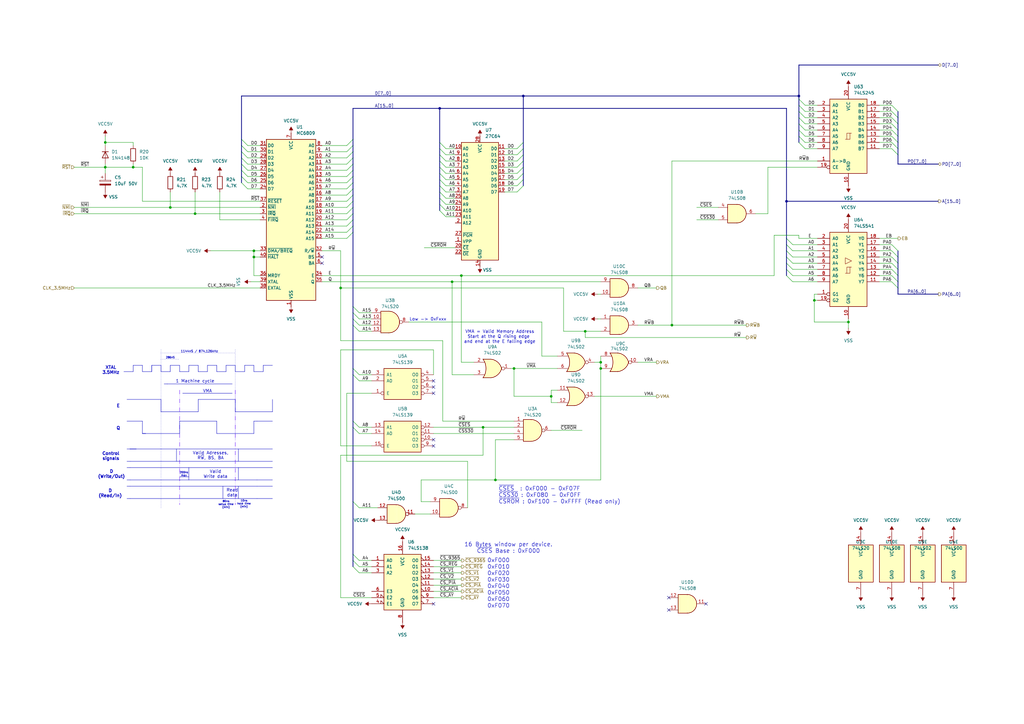
<source format=kicad_sch>
(kicad_sch (version 20250114) (generator "eeschema") (generator_version "9.0")
  (paper "A3")
  (title_block (title "Apollo 7 Squale - CPU and decoders") (rev "0.1") (comment 1 "http://hxc2001.free.fr/Squale/") (comment 2 "CC-BY Licence (Creative Commons Attribution)") (comment 3 "Drawn by Jean-François DEL NERO"))
  (text "0xF000\n0xF010\n0xF020\n0xF030\n0xF040\n0xF050\n0xF060\n0xF070" (at 204.47 239.268 0) (effects (font (size 1.651 1.651))))
  (text "Low -> 0xFxxx" (at 175.514 131.064 0) (effects (font (size 1.27 1.27))))
  (text "200ns\nmax" (at 75.438 194.564 0) (effects (font (size 0.762 0.762))))
  (text "286nS" (at 69.85 146.812 0) (effects (font (size 0.762 0.762))))
  (text "16 Bytes window per device.\n~{CSES} Base : 0xF000" (at 208.534 224.79 0) (effects (font (size 1.651 1.651))))
  (text "~{CSES}  : 0xF000 - 0xF07F\n~{CSS30} : 0xF080 - 0xF0FF\n~{CSROM} : 0xF100 - 0xFFFF (Read only)" (at 204.47 203.2 0) (effects (font (size 1.651 1.651)) (justify left)))
  (text "Valid\nWrite data" (at 88.392 194.564 0) (effects (font (size 1.27 1.27))))
  (text "Read\ndata" (at 95.25 202.184 0) (effects (font (size 1.27 1.27))))
  (text "Control\nsignals" (at 45.466 187.198 0) (effects (font (size 1.27 1.27) (thickness 0.254) (bold yes))))
  (text "Q" (at 48.514 175.768 0) (effects (font (size 1.27 1.27) (thickness 0.254) (bold yes))))
  (text "Valid Adresses,\nR~{W}, BS, BA" (at 86.36 186.944 0) (effects (font (size 1.27 1.27))))
  (text "1 Machine cycle" (at 80.01 156.464 0) (effects (font (size 1.27 1.27))))
  (text "VMA" (at 85.09 160.528 0) (effects (font (size 1.27 1.27))))
  (text "D\n(Write/Out)" (at 45.72 194.564 0) (effects (font (size 1.27 1.27) (thickness 0.254) (bold yes))))
  (text "10ns\nhold time\n(min)" (at 100.076 206.756 0) (effects (font (size 0.762 0.762))))
  (text "VMA = Valid Memory Address\nStart at the Q rising edge \nand end at the E falling edge" (at 204.978 138.176 0) (effects (font (size 1.27 1.27))))
  (text "D\n(Read/In)" (at 45.212 202.438 0) (effects (font (size 1.27 1.27) (thickness 0.254) (bold yes))))
  (text "80ns\nsetup time\n(min)" (at 92.71 207.01 0) (effects (font (size 0.762 0.762))))
  (text "1144nS / 874,126kHz" (at 81.788 144.272 0) (effects (font (size 0.889 0.889))))
  (text "E" (at 48.514 166.624 0) (effects (font (size 1.27 1.27) (thickness 0.254) (bold yes))))
  (text "XTAL\n3.5MHz" (at 45.466 151.892 0) (effects (font (size 1.27 1.27) (thickness 0.254) (bold yes))))
  (junction (at 69.85 85.09))
  (junction (at 185.42 115.57))
  (junction (at 214.63 39.37))
  (junction (at 240.03 135.89))
  (junction (at 80.01 87.63))
  (junction (at 327.66 39.37))
  (junction (at 104.14 105.41))
  (junction (at 43.18 68.58))
  (junction (at 334.01 123.19))
  (junction (at 43.18 58.42))
  (junction (at 180.34 44.45))
  (junction (at 198.12 175.26))
  (junction (at 226.06 162.56))
  (junction (at 322.58 82.55))
  (junction (at 203.2 196.85))
  (junction (at 189.23 113.03))
  (junction (at 246.38 151.13))
  (junction (at 139.7 118.11))
  (junction (at 347.98 132.08))
  (junction (at 275.59 133.35))
  (junction (at 54.61 68.58))
  (junction (at 246.38 148.59))
  (junction (at 104.14 102.87))
  (junction (at 210.82 151.13))
  (no_connect (at 177.8 247.65))
  (no_connect (at 177.8 182.88))
  (no_connect (at 177.8 180.34))
  (no_connect (at 177.8 158.75))
  (no_connect (at 274.32 250.19))
  (no_connect (at 177.8 156.21))
  (no_connect (at 132.08 105.41))
  (no_connect (at 289.56 247.65))
  (no_connect (at 274.32 245.11))
  (no_connect (at 177.8 161.29))
  (no_connect (at 132.08 107.95))
  (bus_entry (at 144.78 153.67) (size 2.54 2.54))
  (bus_entry (at 142.24 74.93) (size 2.54 -2.54))
  (bus_entry (at 182.88 68.58) (size -2.54 -2.54))
  (bus_entry (at 182.88 63.5) (size -2.54 -2.54))
  (bus_entry (at 142.24 87.63) (size 2.54 -2.54))
  (bus_entry (at 182.88 60.96) (size -2.54 -2.54))
  (bus_entry (at 144.78 175.26) (size 2.54 2.54))
  (bus_entry (at 142.24 77.47) (size 2.54 -2.54))
  (bus_entry (at 182.88 76.2) (size -2.54 -2.54))
  (bus_entry (at 182.88 78.74) (size -2.54 -2.54))
  (bus_entry (at 99.06 59.69) (size 2.54 2.54))
  (bus_entry (at 144.78 125.73) (size 2.54 2.54))
  (bus_entry (at 182.88 86.36) (size -2.54 -2.54))
  (bus_entry (at 144.78 227.33) (size 2.54 2.54))
  (bus_entry (at 144.78 229.87) (size 2.54 2.54))
  (bus_entry (at 365.76 102.87) (size 2.54 2.54))
  (bus_entry (at 214.63 58.42) (size -2.54 2.54))
  (bus_entry (at 142.24 97.79) (size 2.54 -2.54))
  (bus_entry (at 144.78 232.41) (size 2.54 2.54))
  (bus_entry (at 182.88 71.12) (size -2.54 -2.54))
  (bus_entry (at 365.76 55.88) (size 2.54 2.54))
  (bus_entry (at 365.76 115.57) (size 2.54 2.54))
  (bus_entry (at 214.63 71.12) (size -2.54 2.54))
  (bus_entry (at 144.78 172.72) (size 2.54 2.54))
  (bus_entry (at 144.78 128.27) (size 2.54 2.54))
  (bus_entry (at 365.76 43.18) (size 2.54 2.54))
  (bus_entry (at 182.88 73.66) (size -2.54 -2.54))
  (bus_entry (at 99.06 74.93) (size 2.54 2.54))
  (bus_entry (at 214.63 68.58) (size -2.54 2.54))
  (bus_entry (at 214.63 63.5) (size -2.54 2.54))
  (bus_entry (at 327.66 40.64) (size 2.54 2.54))
  (bus_entry (at 144.78 205.74) (size 2.54 2.54))
  (bus_entry (at 142.24 59.69) (size 2.54 -2.54))
  (bus_entry (at 182.88 81.28) (size -2.54 -2.54))
  (bus_entry (at 365.76 53.34) (size 2.54 2.54))
  (bus_entry (at 322.58 110.49) (size 2.54 2.54))
  (bus_entry (at 99.06 57.15) (size 2.54 2.54))
  (bus_entry (at 142.24 69.85) (size 2.54 -2.54))
  (bus_entry (at 142.24 80.01) (size 2.54 -2.54))
  (bus_entry (at 322.58 97.79) (size 2.54 2.54))
  (bus_entry (at 142.24 85.09) (size 2.54 -2.54))
  (bus_entry (at 365.76 107.95) (size 2.54 2.54))
  (bus_entry (at 142.24 72.39) (size 2.54 -2.54))
  (bus_entry (at 327.66 58.42) (size 2.54 2.54))
  (bus_entry (at 99.06 67.31) (size 2.54 2.54))
  (bus_entry (at 214.63 60.96) (size -2.54 2.54))
  (bus_entry (at 142.24 82.55) (size 2.54 -2.54))
  (bus_entry (at 327.66 48.26) (size 2.54 2.54))
  (bus_entry (at 144.78 151.13) (size 2.54 2.54))
  (bus_entry (at 99.06 62.23) (size 2.54 2.54))
  (bus_entry (at 327.66 50.8) (size 2.54 2.54))
  (bus_entry (at 365.76 50.8) (size 2.54 2.54))
  (bus_entry (at 322.58 100.33) (size 2.54 2.54))
  (bus_entry (at 327.66 43.18) (size 2.54 2.54))
  (bus_entry (at 142.24 95.25) (size 2.54 -2.54))
  (bus_entry (at 99.06 72.39) (size 2.54 2.54))
  (bus_entry (at 365.76 100.33) (size 2.54 2.54))
  (bus_entry (at 182.88 88.9) (size -2.54 -2.54))
  (bus_entry (at 365.76 58.42) (size 2.54 2.54))
  (bus_entry (at 214.63 73.66) (size -2.54 2.54))
  (bus_entry (at 365.76 48.26) (size 2.54 2.54))
  (bus_entry (at 99.06 69.85) (size 2.54 2.54))
  (bus_entry (at 365.76 113.03) (size 2.54 2.54))
  (bus_entry (at 214.63 76.2) (size -2.54 2.54))
  (bus_entry (at 144.78 133.35) (size 2.54 2.54))
  (bus_entry (at 365.76 105.41) (size 2.54 2.54))
  (bus_entry (at 142.24 62.23) (size 2.54 -2.54))
  (bus_entry (at 142.24 92.71) (size 2.54 -2.54))
  (bus_entry (at 327.66 55.88) (size 2.54 2.54))
  (bus_entry (at 182.88 66.04) (size -2.54 -2.54))
  (bus_entry (at 365.76 45.72) (size 2.54 2.54))
  (bus_entry (at 142.24 90.17) (size 2.54 -2.54))
  (bus_entry (at 327.66 45.72) (size 2.54 2.54))
  (bus_entry (at 182.88 83.82) (size -2.54 -2.54))
  (bus_entry (at 322.58 105.41) (size 2.54 2.54))
  (bus_entry (at 99.06 64.77) (size 2.54 2.54))
  (bus_entry (at 322.58 113.03) (size 2.54 2.54))
  (bus_entry (at 322.58 107.95) (size 2.54 2.54))
  (bus_entry (at 214.63 66.04) (size -2.54 2.54))
  (bus_entry (at 142.24 64.77) (size 2.54 -2.54))
  (bus_entry (at 144.78 130.81) (size 2.54 2.54))
  (bus_entry (at 365.76 110.49) (size 2.54 2.54))
  (bus_entry (at 322.58 102.87) (size 2.54 2.54))
  (bus_entry (at 142.24 67.31) (size 2.54 -2.54))
  (bus_entry (at 327.66 53.34) (size 2.54 2.54))
  (bus_entry (at 365.76 60.96) (size 2.54 2.54))
  (bus (pts (xy 327.66 48.26) (xy 327.66 45.72)))
  (polyline (pts (xy 69.85 149.86) (xy 73.66 149.86)))
  (wire (pts (xy 334.01 123.19) (xy 335.28 123.19)))
  (wire (pts (xy 54.61 58.42) (xy 54.61 59.69)))
  (wire (pts (xy 43.18 71.12) (xy 43.18 68.58)))
  (wire (pts (xy 30.48 68.58) (xy 43.18 68.58)))
  (wire (pts (xy 147.32 153.67) (xy 152.4 153.67)))
  (bus (pts (xy 144.78 80.01) (xy 144.78 77.47)))
  (wire (pts (xy 210.82 162.56) (xy 226.06 162.56)))
  (wire (pts (xy 177.8 232.41) (xy 189.23 232.41)))
  (wire (pts (xy 186.69 81.28) (xy 182.88 81.28)))
  (polyline (pts (xy 97.79 191.77) (xy 97.79 196.85)))
  (wire (pts (xy 147.32 175.26) (xy 152.4 175.26)))
  (wire (pts (xy 104.14 102.87) (xy 106.68 102.87)))
  (bus (pts (xy 368.3 102.87) (xy 368.3 105.41)))
  (wire (pts (xy 275.59 133.35) (xy 306.07 133.35)))
  (bus (pts (xy 144.78 90.17) (xy 144.78 87.63)))
  (wire (pts (xy 54.61 67.31) (xy 54.61 68.58)))
  (wire (pts (xy 212.09 78.74) (xy 207.01 78.74)))
  (wire (pts (xy 325.12 113.03) (xy 335.28 113.03)))
  (wire (pts (xy 147.32 208.28) (xy 154.94 208.28)))
  (bus (pts (xy 368.3 118.11) (xy 368.3 120.65)))
  (wire (pts (xy 360.68 53.34) (xy 365.76 53.34)))
  (bus (pts (xy 144.78 128.27) (xy 144.78 130.81)))
  (wire (pts (xy 101.6 77.47) (xy 106.68 77.47)))
  (polyline (pts (xy 58.42 177.8) (xy 58.42 172.72)))
  (wire (pts (xy 347.98 132.08) (xy 334.01 132.08)))
  (polyline (pts (xy 96.52 149.86) (xy 96.52 152.4)))
  (polyline (pts (xy 96.52 168.91) (xy 111.76 168.91)))
  (wire (pts (xy 246.38 120.65) (xy 245.11 120.65)))
  (wire (pts (xy 330.2 55.88) (xy 335.28 55.88)))
  (polyline (pts (xy 58.42 177.8) (xy 59.69 177.8)))
  (bus (pts (xy 144.78 227.33) (xy 144.78 229.87)))
  (bus (pts (xy 180.34 44.45) (xy 180.34 58.42)))
  (polyline (pts (xy 105.41 204.47) (xy 111.76 204.47)))
  (wire (pts (xy 139.7 143.51) (xy 139.7 182.88)))
  (wire (pts (xy 360.68 55.88) (xy 365.76 55.88)))
  (wire (pts (xy 185.42 115.57) (xy 185.42 153.67)))
  (wire (pts (xy 69.85 85.09) (xy 106.68 85.09)))
  (wire (pts (xy 186.69 63.5) (xy 182.88 63.5)))
  (bus (pts (xy 327.66 39.37) (xy 327.66 26.67)))
  (bus (pts (xy 322.58 110.49) (xy 322.58 113.03)))
  (bus (pts (xy 144.78 133.35) (xy 144.78 151.13)))
  (wire (pts (xy 132.08 74.93) (xy 142.24 74.93)))
  (wire (pts (xy 101.6 62.23) (xy 106.68 62.23)))
  (wire (pts (xy 139.7 182.88) (xy 152.4 182.88)))
  (wire (pts (xy 104.14 105.41) (xy 106.68 105.41)))
  (wire (pts (xy 147.32 229.87) (xy 152.4 229.87)))
  (polyline (pts (xy 53.34 184.15) (xy 111.76 184.15)))
  (wire (pts (xy 147.32 156.21) (xy 152.4 156.21)))
  (bus (pts (xy 368.3 115.57) (xy 368.3 118.11)))
  (bus (pts (xy 144.78 153.67) (xy 144.78 172.72)))
  (bus (pts (xy 180.34 83.82) (xy 180.34 81.28)))
  (polyline (pts (xy 100.33 149.86) (xy 100.33 152.4)))
  (wire (pts (xy 330.2 48.26) (xy 335.28 48.26)))
  (bus (pts (xy 322.58 44.45) (xy 322.58 82.55)))
  (polyline (pts (xy 81.28 149.86) (xy 81.28 152.4)))
  (wire (pts (xy 132.08 92.71) (xy 142.24 92.71)))
  (bus (pts (xy 327.66 26.67) (xy 384.81 26.67)))
  (wire (pts (xy 132.08 85.09) (xy 142.24 85.09)))
  (polyline (pts (xy 73.66 172.72) (xy 88.9 172.72)))
  (wire (pts (xy 191.77 189.23) (xy 191.77 208.28)))
  (wire (pts (xy 43.18 68.58) (xy 43.18 67.31)))
  (wire (pts (xy 172.72 196.85) (xy 203.2 196.85)))
  (wire (pts (xy 240.03 138.43) (xy 306.07 138.43)))
  (bus (pts (xy 180.34 78.74) (xy 180.34 76.2)))
  (bus (pts (xy 322.58 105.41) (xy 322.58 107.95)))
  (wire (pts (xy 142.24 189.23) (xy 191.77 189.23)))
  (wire (pts (xy 167.64 132.08) (xy 222.25 132.08)))
  (wire (pts (xy 314.96 68.58) (xy 335.28 68.58)))
  (wire (pts (xy 30.48 118.11) (xy 106.68 118.11)))
  (polyline (pts (xy 66.04 152.4) (xy 69.85 152.4)))
  (wire (pts (xy 177.8 240.03) (xy 189.23 240.03)))
  (bus (pts (xy 144.78 67.31) (xy 144.78 64.77)))
  (bus (pts (xy 368.3 50.8) (xy 368.3 53.34)))
  (wire (pts (xy 104.14 105.41) (xy 104.14 102.87)))
  (wire (pts (xy 177.8 237.49) (xy 189.23 237.49)))
  (bus (pts (xy 144.78 172.72) (xy 144.78 175.26)))
  (wire (pts (xy 285.75 85.09) (xy 294.64 85.09)))
  (polyline (pts (xy 52.07 204.47) (xy 53.34 204.47)))
  (wire (pts (xy 30.48 87.63) (xy 80.01 87.63)))
  (polyline (pts (xy 85.09 149.86) (xy 85.09 152.4)))
  (wire (pts (xy 172.72 196.85) (xy 172.72 205.74)))
  (polyline (pts (xy 66.04 147.32) (xy 73.66 147.32)) (stroke (width 0) (type dot)))
  (wire (pts (xy 177.8 234.95) (xy 189.23 234.95)))
  (wire (pts (xy 86.36 102.87) (xy 104.14 102.87)))
  (wire (pts (xy 210.82 151.13) (xy 228.6 151.13)))
  (wire (pts (xy 245.11 130.81) (xy 246.38 130.81)))
  (wire (pts (xy 325.12 105.41) (xy 335.28 105.41)))
  (wire (pts (xy 132.08 87.63) (xy 142.24 87.63)))
  (bus (pts (xy 322.58 82.55) (xy 322.58 97.79)))
  (bus (pts (xy 327.66 58.42) (xy 327.66 55.88)))
  (wire (pts (xy 101.6 69.85) (xy 106.68 69.85)))
  (polyline (pts (xy 62.23 149.86) (xy 62.23 152.4)))
  (wire (pts (xy 222.25 146.05) (xy 228.6 146.05)))
  (wire (pts (xy 106.68 113.03) (xy 104.14 113.03)))
  (bus (pts (xy 144.78 59.69) (xy 144.78 57.15)))
  (polyline (pts (xy 97.79 199.39) (xy 97.79 204.47)))
  (wire (pts (xy 330.2 53.34) (xy 335.28 53.34)))
  (polyline (pts (xy 74.93 161.29) (xy 95.25 161.29)))
  (wire (pts (xy 334.01 132.08) (xy 334.01 123.19)))
  (polyline (pts (xy 53.34 196.85) (xy 105.41 196.85)))
  (wire (pts (xy 212.09 63.5) (xy 207.01 63.5)))
  (bus (pts (xy 99.06 69.85) (xy 99.06 67.31)))
  (bus (pts (xy 99.06 62.23) (xy 99.06 59.69)))
  (wire (pts (xy 360.68 50.8) (xy 365.76 50.8)))
  (bus (pts (xy 327.66 53.34) (xy 327.66 50.8)))
  (bus (pts (xy 99.06 72.39) (xy 99.06 69.85)))
  (wire (pts (xy 43.18 58.42) (xy 43.18 59.69)))
  (wire (pts (xy 325.12 110.49) (xy 335.28 110.49)))
  (wire (pts (xy 186.69 73.66) (xy 182.88 73.66)))
  (polyline (pts (xy 96.52 163.83) (xy 96.52 168.91)))
  (bus (pts (xy 214.63 66.04) (xy 214.63 63.5)))
  (bus (pts (xy 214.63 58.42) (xy 214.63 39.37)))
  (polyline (pts (xy 105.41 196.85) (xy 111.76 196.85)))
  (polyline (pts (xy 88.9 172.72) (xy 88.9 177.8)))
  (wire (pts (xy 189.23 148.59) (xy 194.31 148.59)))
  (wire (pts (xy 330.2 50.8) (xy 335.28 50.8)))
  (wire (pts (xy 360.68 102.87) (xy 365.76 102.87)))
  (bus (pts (xy 180.34 60.96) (xy 180.34 58.42)))
  (wire (pts (xy 360.68 60.96) (xy 365.76 60.96)))
  (wire (pts (xy 177.8 242.57) (xy 189.23 242.57)))
  (polyline (pts (xy 100.33 149.86) (xy 104.14 149.86)))
  (wire (pts (xy 198.12 175.26) (xy 210.82 175.26)))
  (wire (pts (xy 212.09 76.2) (xy 207.01 76.2)))
  (wire (pts (xy 177.8 177.8) (xy 210.82 177.8)))
  (wire (pts (xy 330.2 58.42) (xy 335.28 58.42)))
  (polyline (pts (xy 88.9 177.8) (xy 104.14 177.8)))
  (wire (pts (xy 240.03 135.89) (xy 231.14 135.89)))
  (wire (pts (xy 360.68 115.57) (xy 365.76 115.57)))
  (bus (pts (xy 99.06 57.15) (xy 99.06 39.37)))
  (polyline (pts (xy 53.34 191.77) (xy 111.76 191.77)))
  (polyline (pts (xy 77.47 191.77) (xy 77.47 196.85)))
  (polyline (pts (xy 77.47 149.86) (xy 77.47 152.4)))
  (wire (pts (xy 275.59 133.35) (xy 275.59 66.04)))
  (wire (pts (xy 335.28 120.65) (xy 334.01 120.65)))
  (wire (pts (xy 186.69 66.04) (xy 182.88 66.04)))
  (wire (pts (xy 246.38 148.59) (xy 246.38 151.13)))
  (bus (pts (xy 144.78 205.74) (xy 144.78 227.33)))
  (wire (pts (xy 152.4 245.11) (xy 139.7 245.11)))
  (bus (pts (xy 322.58 100.33) (xy 322.58 102.87)))
  (polyline (pts (xy 50.8 152.4) (xy 54.61 152.4)))
  (polyline (pts (xy 58.42 149.86) (xy 58.42 152.4)))
  (wire (pts (xy 246.38 151.13) (xy 246.38 196.85)))
  (wire (pts (xy 132.08 82.55) (xy 142.24 82.55)))
  (wire (pts (xy 139.7 186.69) (xy 198.12 186.69)))
  (wire (pts (xy 186.69 83.82) (xy 182.88 83.82)))
  (wire (pts (xy 360.68 107.95) (xy 365.76 107.95)))
  (bus (pts (xy 180.34 66.04) (xy 180.34 63.5)))
  (bus (pts (xy 144.78 74.93) (xy 144.78 72.39)))
  (wire (pts (xy 189.23 113.03) (xy 189.23 148.59)))
  (bus (pts (xy 368.3 45.72) (xy 368.3 48.26)))
  (bus (pts (xy 144.78 175.26) (xy 144.78 205.74)))
  (bus (pts (xy 144.78 95.25) (xy 144.78 125.73)))
  (wire (pts (xy 325.12 115.57) (xy 335.28 115.57)))
  (wire (pts (xy 231.14 135.89) (xy 231.14 118.11)))
  (bus (pts (xy 144.78 87.63) (xy 144.78 85.09)))
  (wire (pts (xy 347.98 132.08) (xy 347.98 130.81)))
  (wire (pts (xy 360.68 100.33) (xy 365.76 100.33)))
  (wire (pts (xy 261.62 148.59) (xy 269.24 148.59)))
  (polyline (pts (xy 53.34 189.23) (xy 111.76 189.23)))
  (wire (pts (xy 43.18 68.58) (xy 54.61 68.58)))
  (wire (pts (xy 101.6 64.77) (xy 106.68 64.77)))
  (wire (pts (xy 177.8 245.11) (xy 189.23 245.11)))
  (polyline (pts (xy 77.47 149.86) (xy 81.28 149.86)))
  (polyline (pts (xy 73.66 149.86) (xy 73.66 152.4)))
  (wire (pts (xy 360.68 43.18) (xy 365.76 43.18)))
  (bus (pts (xy 327.66 45.72) (xy 327.66 43.18)))
  (wire (pts (xy 102.87 115.57) (xy 106.68 115.57)))
  (wire (pts (xy 147.32 133.35) (xy 152.4 133.35)))
  (bus (pts (xy 368.3 60.96) (xy 368.3 63.5)))
  (bus (pts (xy 214.63 76.2) (xy 214.63 73.66)))
  (wire (pts (xy 139.7 245.11) (xy 139.7 186.69)))
  (polyline (pts (xy 97.79 184.15) (xy 97.79 189.23)))
  (polyline (pts (xy 58.42 177.8) (xy 59.69 177.8)))
  (bus (pts (xy 368.3 63.5) (xy 368.3 67.31)))
  (wire (pts (xy 203.2 180.34) (xy 203.2 196.85)))
  (wire (pts (xy 186.69 68.58) (xy 182.88 68.58)))
  (wire (pts (xy 147.32 135.89) (xy 152.4 135.89)))
  (polyline (pts (xy 53.34 199.39) (xy 105.41 199.39)))
  (polyline (pts (xy 66.04 168.91) (xy 81.28 168.91)))
  (wire (pts (xy 101.6 72.39) (xy 106.68 72.39)))
  (polyline (pts (xy 52.07 189.23) (xy 53.34 189.23)))
  (bus (pts (xy 99.06 74.93) (xy 99.06 72.39)))
  (polyline (pts (xy 73.66 160.02) (xy 73.66 207.01)) (stroke (width 0) (type dash_dot_dot) (color 91 0 255 1)))
  (polyline (pts (xy 96.52 152.4) (xy 100.33 152.4)))
  (wire (pts (xy 132.08 67.31) (xy 142.24 67.31)))
  (wire (pts (xy 132.08 95.25) (xy 142.24 95.25)))
  (polyline (pts (xy 105.41 172.72) (xy 111.76 172.72)))
  (bus (pts (xy 368.3 107.95) (xy 368.3 110.49)))
  (polyline (pts (xy 92.71 149.86) (xy 96.52 149.86)))
  (wire (pts (xy 30.48 85.09) (xy 69.85 85.09)))
  (wire (pts (xy 58.42 82.55) (xy 106.68 82.55)))
  (wire (pts (xy 132.08 64.77) (xy 142.24 64.77)))
  (polyline (pts (xy 52.07 196.85) (xy 53.34 196.85)))
  (polyline (pts (xy 52.07 172.72) (xy 58.42 172.72)))
  (bus (pts (xy 99.06 59.69) (xy 99.06 57.15)))
  (bus (pts (xy 144.78 125.73) (xy 144.78 128.27)))
  (wire (pts (xy 147.32 232.41) (xy 152.4 232.41)))
  (bus (pts (xy 322.58 102.87) (xy 322.58 105.41)))
  (bus (pts (xy 368.3 58.42) (xy 368.3 60.96)))
  (polyline (pts (xy 52.07 163.83) (xy 66.04 163.83)))
  (wire (pts (xy 222.25 132.08) (xy 222.25 146.05)))
  (wire (pts (xy 327.66 97.79) (xy 335.28 97.79)))
  (wire (pts (xy 285.75 90.17) (xy 294.64 90.17)))
  (wire (pts (xy 58.42 82.55) (xy 58.42 68.58)))
  (wire (pts (xy 203.2 196.85) (xy 246.38 196.85)))
  (wire (pts (xy 132.08 59.69) (xy 142.24 59.69)))
  (wire (pts (xy 147.32 130.81) (xy 152.4 130.81)))
  (wire (pts (xy 132.08 115.57) (xy 185.42 115.57)))
  (wire (pts (xy 186.69 76.2) (xy 182.88 76.2)))
  (wire (pts (xy 360.68 105.41) (xy 365.76 105.41)))
  (wire (pts (xy 173.99 101.6) (xy 186.69 101.6)))
  (wire (pts (xy 360.68 48.26) (xy 365.76 48.26)))
  (bus (pts (xy 180.34 81.28) (xy 180.34 78.74)))
  (bus (pts (xy 368.3 113.03) (xy 368.3 115.57)))
  (polyline (pts (xy 66.04 143.51) (xy 66.04 208.28)) (stroke (width 0) (type dot)))
  (bus (pts (xy 322.58 97.79) (xy 322.58 100.33)))
  (bus (pts (xy 144.78 95.25) (xy 144.78 92.71)))
  (polyline (pts (xy 81.28 152.4) (xy 85.09 152.4)))
  (bus (pts (xy 214.63 39.37) (xy 327.66 39.37)))
  (polyline (pts (xy 91.44 199.39) (xy 91.44 204.47)))
  (polyline (pts (xy 104.14 177.8) (xy 104.14 172.72)))
  (bus (pts (xy 144.78 82.55) (xy 144.78 80.01)))
  (wire (pts (xy 210.82 151.13) (xy 210.82 162.56)))
  (bus (pts (xy 144.78 85.09) (xy 144.78 82.55)))
  (wire (pts (xy 132.08 62.23) (xy 142.24 62.23)))
  (polyline (pts (xy 81.28 163.83) (xy 96.52 163.83)))
  (bus (pts (xy 322.58 107.95) (xy 322.58 110.49)))
  (wire (pts (xy 325.12 107.95) (xy 335.28 107.95)))
  (wire (pts (xy 240.03 135.89) (xy 240.03 138.43)))
  (wire (pts (xy 132.08 72.39) (xy 142.24 72.39)))
  (wire (pts (xy 177.8 143.51) (xy 177.8 153.67)))
  (bus (pts (xy 180.34 63.5) (xy 180.34 60.96)))
  (polyline (pts (xy 68.58 157.48) (xy 95.25 157.48)))
  (wire (pts (xy 246.38 146.05) (xy 246.38 148.59)))
  (wire (pts (xy 210.82 151.13) (xy 209.55 151.13)))
  (wire (pts (xy 189.23 113.03) (xy 317.5 113.03)))
  (polyline (pts (xy 72.39 184.15) (xy 72.39 189.23)))
  (wire (pts (xy 186.69 71.12) (xy 182.88 71.12)))
  (polyline (pts (xy 88.9 152.4) (xy 92.71 152.4)))
  (polyline (pts (xy 105.41 199.39) (xy 111.76 199.39)))
  (wire (pts (xy 212.09 60.96) (xy 207.01 60.96)))
  (wire (pts (xy 330.2 45.72) (xy 335.28 45.72)))
  (wire (pts (xy 58.42 68.58) (xy 54.61 68.58)))
  (wire (pts (xy 132.08 80.01) (xy 142.24 80.01)))
  (bus (pts (xy 368.3 120.65) (xy 384.81 120.65)))
  (bus (pts (xy 99.06 39.37) (xy 214.63 39.37)))
  (bus (pts (xy 368.3 110.49) (xy 368.3 113.03)))
  (wire (pts (xy 317.5 113.03) (xy 317.5 96.52)))
  (polyline (pts (xy 107.95 149.86) (xy 107.95 152.4)))
  (polyline (pts (xy 92.71 149.86) (xy 92.71 152.4)))
  (wire (pts (xy 101.6 74.93) (xy 106.68 74.93)))
  (wire (pts (xy 170.18 210.82) (xy 176.53 210.82)))
  (wire (pts (xy 347.98 134.62) (xy 347.98 132.08)))
  (wire (pts (xy 185.42 115.57) (xy 246.38 115.57)))
  (wire (pts (xy 101.6 67.31) (xy 106.68 67.31)))
  (polyline (pts (xy 104.14 149.86) (xy 104.14 152.4)))
  (wire (pts (xy 186.69 78.74) (xy 182.88 78.74)))
  (polyline (pts (xy 96.52 143.51) (xy 96.52 180.34)) (stroke (width 0) (type dot)))
  (polyline (pts (xy 54.61 149.86) (xy 58.42 149.86)))
  (polyline (pts (xy 73.66 152.4) (xy 77.47 152.4)))
  (bus (pts (xy 180.34 68.58) (xy 180.34 66.04)))
  (polyline (pts (xy 62.23 149.86) (xy 66.04 149.86)))
  (bus (pts (xy 214.63 68.58) (xy 214.63 66.04)))
  (polyline (pts (xy 52.07 184.15) (xy 53.34 184.15)))
  (polyline (pts (xy 52.07 199.39) (xy 53.34 199.39)))
  (wire (pts (xy 152.4 161.29) (xy 142.24 161.29)))
  (bus (pts (xy 99.06 64.77) (xy 99.06 62.23)))
  (bus (pts (xy 327.66 39.37) (xy 327.66 40.64)))
  (polyline (pts (xy 96.52 160.02) (xy 96.52 207.01)) (stroke (width 0) (type dash_dot_dot) (color 91 0 255 1)))
  (bus (pts (xy 180.34 71.12) (xy 180.34 68.58)))
  (bus (pts (xy 214.63 60.96) (xy 214.63 58.42)))
  (wire (pts (xy 132.08 113.03) (xy 189.23 113.03)))
  (polyline (pts (xy 52.07 191.77) (xy 53.34 191.77)))
  (wire (pts (xy 317.5 96.52) (xy 327.66 96.52)))
  (wire (pts (xy 212.09 68.58) (xy 207.01 68.58)))
  (wire (pts (xy 80.01 78.74) (xy 80.01 87.63)))
  (wire (pts (xy 186.69 60.96) (xy 182.88 60.96)))
  (bus (pts (xy 368.3 53.34) (xy 368.3 55.88)))
  (wire (pts (xy 132.08 69.85) (xy 142.24 69.85)))
  (wire (pts (xy 181.61 139.7) (xy 181.61 172.72)))
  (wire (pts (xy 139.7 118.11) (xy 231.14 118.11)))
  (bus (pts (xy 144.78 64.77) (xy 144.78 62.23)))
  (bus (pts (xy 144.78 92.71) (xy 144.78 90.17)))
  (bus (pts (xy 368.3 55.88) (xy 368.3 58.42)))
  (wire (pts (xy 360.68 113.03) (xy 365.76 113.03)))
  (wire (pts (xy 243.84 148.59) (xy 246.38 148.59)))
  (bus (pts (xy 99.06 67.31) (xy 99.06 64.77)))
  (wire (pts (xy 172.72 205.74) (xy 176.53 205.74)))
  (wire (pts (xy 132.08 97.79) (xy 142.24 97.79)))
  (wire (pts (xy 132.08 90.17) (xy 142.24 90.17)))
  (wire (pts (xy 275.59 66.04) (xy 335.28 66.04)))
  (wire (pts (xy 309.88 87.63) (xy 314.96 87.63)))
  (wire (pts (xy 43.18 58.42) (xy 54.61 58.42)))
  (polyline (pts (xy 54.61 149.86) (xy 54.61 152.4)))
  (bus (pts (xy 144.78 77.47) (xy 144.78 74.93)))
  (wire (pts (xy 43.18 55.88) (xy 43.18 58.42)))
  (bus (pts (xy 327.66 50.8) (xy 327.66 48.26)))
  (bus (pts (xy 180.34 86.36) (xy 180.34 83.82)))
  (polyline (pts (xy 58.42 152.4) (xy 62.23 152.4)))
  (wire (pts (xy 186.69 86.36) (xy 182.88 86.36)))
  (wire (pts (xy 90.17 78.74) (xy 90.17 90.17)))
  (wire (pts (xy 226.06 160.02) (xy 228.6 160.02)))
  (polyline (pts (xy 111.76 163.83) (xy 111.76 168.91)))
  (wire (pts (xy 139.7 118.11) (xy 139.7 139.7)))
  (wire (pts (xy 246.38 135.89) (xy 240.03 135.89)))
  (wire (pts (xy 360.68 110.49) (xy 365.76 110.49)))
  (wire (pts (xy 186.69 88.9) (xy 182.88 88.9)))
  (wire (pts (xy 243.84 162.56) (xy 269.24 162.56)))
  (bus (pts (xy 144.78 69.85) (xy 144.78 67.31)))
  (wire (pts (xy 90.17 90.17) (xy 106.68 90.17)))
  (bus (pts (xy 214.63 63.5) (xy 214.63 60.96)))
  (wire (pts (xy 185.42 153.67) (xy 194.31 153.67)))
  (polyline (pts (xy 66.04 163.83) (xy 66.04 168.91)))
  (wire (pts (xy 198.12 186.69) (xy 198.12 175.26)))
  (bus (pts (xy 180.34 44.45) (xy 322.58 44.45)))
  (polyline (pts (xy 81.28 168.91) (xy 81.28 163.83)))
  (wire (pts (xy 330.2 60.96) (xy 335.28 60.96)))
  (wire (pts (xy 147.32 177.8) (xy 152.4 177.8)))
  (wire (pts (xy 139.7 102.87) (xy 139.7 118.11)))
  (polyline (pts (xy 104.14 152.4) (xy 107.95 152.4)))
  (polyline (pts (xy 59.69 177.8) (xy 73.66 177.8)))
  (wire (pts (xy 261.62 133.35) (xy 275.59 133.35)))
  (polyline (pts (xy 104.14 172.72) (xy 105.41 172.72)))
  (polyline (pts (xy 62.23 149.86) (xy 62.23 152.4)))
  (wire (pts (xy 177.8 229.87) (xy 189.23 229.87)))
  (bus (pts (xy 368.3 105.41) (xy 368.3 107.95)))
  (polyline (pts (xy 69.85 149.86) (xy 69.85 152.4)))
  (bus (pts (xy 144.78 151.13) (xy 144.78 153.67)))
  (wire (pts (xy 212.09 71.12) (xy 207.01 71.12)))
  (polyline (pts (xy 73.66 195.58) (xy 77.47 195.58)))
  (wire (pts (xy 334.01 120.65) (xy 334.01 123.19)))
  (bus (pts (xy 368.3 48.26) (xy 368.3 50.8)))
  (bus (pts (xy 327.66 43.18) (xy 327.66 40.64)))
  (wire (pts (xy 226.06 162.56) (xy 226.06 160.02)))
  (bus (pts (xy 214.63 73.66) (xy 214.63 71.12)))
  (wire (pts (xy 330.2 43.18) (xy 335.28 43.18)))
  (polyline (pts (xy 66.04 144.78) (xy 96.52 144.78)) (stroke (width 0) (type dot)))
  (wire (pts (xy 228.6 165.1) (xy 226.06 165.1)))
  (wire (pts (xy 69.85 78.74) (xy 69.85 85.09)))
  (bus (pts (xy 384.81 82.55) (xy 322.58 82.55)))
  (wire (pts (xy 132.08 77.47) (xy 142.24 77.47)))
  (bus (pts (xy 180.34 76.2) (xy 180.34 73.66)))
  (wire (pts (xy 226.06 176.53) (xy 238.76 176.53)))
  (bus (pts (xy 180.34 73.66) (xy 180.34 71.12)))
  (wire (pts (xy 212.09 66.04) (xy 207.01 66.04)))
  (polyline (pts (xy 73.66 177.8) (xy 73.66 172.72)))
  (wire (pts (xy 101.6 59.69) (xy 106.68 59.69)))
  (bus (pts (xy 144.78 57.15) (xy 144.78 44.45)))
  (polyline (pts (xy 53.34 204.47) (xy 105.41 204.47)))
  (wire (pts (xy 104.14 113.03) (xy 104.14 105.41)))
  (wire (pts (xy 360.68 97.79) (xy 368.3 97.79)))
  (bus (pts (xy 327.66 55.88) (xy 327.66 53.34)))
  (wire (pts (xy 181.61 172.72) (xy 210.82 172.72)))
  (bus (pts (xy 144.78 72.39) (xy 144.78 69.85)))
  (wire (pts (xy 177.8 175.26) (xy 198.12 175.26)))
  (bus (pts (xy 144.78 44.45) (xy 180.34 44.45)))
  (bus (pts (xy 144.78 62.23) (xy 144.78 59.69)))
  (wire (pts (xy 147.32 234.95) (xy 152.4 234.95)))
  (wire (pts (xy 210.82 180.34) (xy 203.2 180.34)))
  (wire (pts (xy 261.62 118.11) (xy 269.24 118.11)))
  (wire (pts (xy 147.32 128.27) (xy 152.4 128.27)))
  (bus (pts (xy 368.3 67.31) (xy 384.81 67.31)))
  (wire (pts (xy 139.7 102.87) (xy 132.08 102.87)))
  (bus (pts (xy 144.78 229.87) (xy 144.78 232.41)))
  (wire (pts (xy 314.96 87.63) (xy 314.96 68.58)))
  (polyline (pts (xy 67.31 157.48) (xy 68.58 157.48)))
  (wire (pts (xy 360.68 45.72) (xy 365.76 45.72)))
  (wire (pts (xy 360.68 58.42) (xy 365.76 58.42)))
  (wire (pts (xy 327.66 96.52) (xy 327.66 97.79)))
  (wire (pts (xy 226.06 165.1) (xy 226.06 162.56)))
  (wire (pts (xy 325.12 102.87) (xy 335.28 102.87)))
  (wire (pts (xy 325.12 100.33) (xy 335.28 100.33)))
  (wire (pts (xy 139.7 143.51) (xy 177.8 143.51)))
  (bus (pts (xy 144.78 130.81) (xy 144.78 133.35)))
  (polyline (pts (xy 85.09 149.86) (xy 88.9 149.86)))
  (wire (pts (xy 139.7 139.7) (xy 181.61 139.7)))
  (polyline (pts (xy 107.95 149.86) (xy 111.76 149.86)))
  (bus (pts (xy 214.63 71.12) (xy 214.63 68.58)))
  (polyline (pts (xy 53.34 184.15) (xy 55.88 184.15)))
  (wire (pts (xy 80.01 87.63) (xy 106.68 87.63)))
  (polyline (pts (xy 66.04 149.86) (xy 66.04 152.4)))
  (wire (pts (xy 142.24 161.29) (xy 142.24 189.23)))
  (polyline (pts (xy 88.9 149.86) (xy 88.9 152.4)))
  (wire (pts (xy 212.09 73.66) (xy 207.01 73.66)))
  (label "R~{W}B" (at 327.66 66.04 0))
  (label "D7" (at 331.47 60.96 0))
  (label "D3" (at 210.82 68.58 180))
  (label "PD4" (at 361.95 53.34 0))
  (label "A4" (at 331.47 110.49 0))
  (label "A2" (at 186.69 66.04 180))
  (label "~{IRQ}" (at 33.02 87.63 0))
  (label "~{NMI}" (at 33.02 85.09 0))
  (label "~{VMA}" (at 215.9 151.13 0))
  (label "A15" (at 133.35 97.79 0))
  (label "PD7" (at 361.95 60.96 0))
  (label "~{CS_9365}" (at 180.34 229.87 0))
  (label "CLK_3.5MHz" (at 85.09 118.11 0))
  (label "A0" (at 186.69 60.96 180))
  (label "A11" (at 148.59 208.28 0))
  (label "~{CSES}" (at 287.02 85.09 0))
  (label "E" (at 134.62 113.03 0))
  (label "QB" (at 264.16 118.11 0))
  (label "VMA" (at 264.16 162.56 0))
  (label "A[15..0]" (at 153.67 44.45 0))
  (label "~{RST}" (at 33.02 68.58 0))
  (label "A5" (at 186.69 73.66 180))
  (label "D0" (at 331.47 43.18 0))
  (label "Q" (at 134.62 115.57 0))
  (label "PA1" (at 361.95 102.87 0))
  (label "A4" (at 148.59 229.87 0))
  (label "A1" (at 133.35 62.23 0))
  (label "A9" (at 133.35 82.55 0))
  (label "PA0" (at 361.95 100.33 0))
  (label "A14" (at 133.35 95.25 0))
  (label "D0" (at 102.87 59.69 0))
  (label "D0" (at 210.82 60.96 180))
  (label "D6" (at 331.47 58.42 0))
  (label "D2" (at 331.47 48.26 0))
  (label "PD6" (at 361.95 58.42 0))
  (label "A10" (at 148.59 153.67 0))
  (label "PA3" (at 361.95 107.95 0))
  (label "A3" (at 186.69 68.58 180))
  (label "D[7..0]" (at 153.67 39.37 0))
  (label "~{CS_AY}" (at 180.34 245.11 0))
  (label "D1" (at 331.47 45.72 0))
  (label "A12" (at 148.59 133.35 0))
  (label "~{CSS30}" (at 187.96 177.8 0))
  (label "D5" (at 331.47 55.88 0))
  (label "D4" (at 331.47 53.34 0))
  (label "A0" (at 331.47 100.33 0))
  (label "A6" (at 186.69 76.2 180))
  (label "D7" (at 210.82 78.74 180))
  (label "E" (at 331.47 97.79 0))
  (label "PA6" (at 361.95 115.57 0))
  (label "PA5" (at 361.95 113.03 0))
  (label "D3" (at 102.87 67.31 0))
  (label "D2" (at 102.87 64.77 0))
  (label "D5" (at 102.87 72.39 0))
  (label "PA4" (at 361.95 110.49 0))
  (label "A8" (at 186.69 81.28 180))
  (label "R~{W}" (at 134.62 102.87 0))
  (label "A10" (at 133.35 85.09 0))
  (label "D3" (at 331.47 50.8 0))
  (label "PD0" (at 361.95 43.18 0))
  (label "A6" (at 331.47 115.57 0))
  (label "PA[6..0]" (at 372.11 120.65 0))
  (label "D6" (at 102.87 74.93 0))
  (label "A13" (at 133.35 92.71 0))
  (label "~{CSES}" (at 187.96 175.26 0))
  (label "A14" (at 148.59 135.89 0))
  (label "A5" (at 331.47 113.03 0))
  (label "D6" (at 210.82 76.2 180))
  (label "A2" (at 133.35 64.77 0))
  (label "A8" (at 148.59 175.26 0))
  (label "~{CSROM}" (at 229.87 176.53 0))
  (label "~{CSS30}" (at 287.02 90.17 0))
  (label "A6" (at 148.59 234.95 0))
  (label "D1" (at 102.87 62.23 0))
  (label "A3" (at 331.47 107.95 0))
  (label "~{CS_PIA}" (at 180.34 240.03 0))
  (label "A1" (at 186.69 63.5 180))
  (label "PA2" (at 361.95 105.41 0))
  (label "R~{W}" (at 300.99 138.43 0))
  (label "D2" (at 210.82 66.04 180))
  (label "R~{W}" (at 187.96 172.72 0))
  (label "~{RST}" (at 102.87 82.55 0))
  (label "A6" (at 133.35 74.93 0))
  (label "A12" (at 133.35 90.17 0))
  (label "R~{W}B" (at 300.99 133.35 0))
  (label "PD5" (at 361.95 55.88 0))
  (label "A4" (at 186.69 71.12 180))
  (label "D1" (at 210.82 63.5 180))
  (label "~{CS_REG}" (at 180.34 232.41 0))
  (label "PD2" (at 361.95 48.26 0))
  (label "~{CSROM}" (at 176.53 101.6 0))
  (label "A15" (at 148.59 128.27 0))
  (label "PD3" (at 361.95 50.8 0))
  (label "A7" (at 148.59 177.8 0))
  (label "~{CS_V1}" (at 180.34 234.95 0))
  (label "A7" (at 186.69 78.74 180))
  (label "A11" (at 186.69 88.9 180))
  (label "~{CSES}" (at 144.78 245.11 0))
  (label "~{CS_ACIA}" (at 180.34 242.57 0))
  (label "A5" (at 148.59 232.41 0))
  (label "A1" (at 331.47 102.87 0))
  (label "A9" (at 186.69 83.82 180))
  (label "A2" (at 331.47 105.41 0))
  (label "A0" (at 133.35 59.69 0))
  (label "A10" (at 186.69 86.36 180))
  (label "A7" (at 133.35 77.47 0))
  (label "D5" (at 210.82 73.66 180))
  (label "A9" (at 148.59 156.21 0))
  (label "D4" (at 102.87 69.85 0))
  (label "A13" (at 148.59 130.81 0))
  (label "D7" (at 102.87 77.47 0))
  (label "A3" (at 133.35 67.31 0))
  (label "D4" (at 210.82 71.12 180))
  (label "VRA" (at 264.16 148.59 0))
  (label "PD1" (at 361.95 45.72 0))
  (label "PD[7..0]" (at 372.11 67.31 0))
  (label "~{CS_V2}" (at 180.34 237.49 0))
  (label "A11" (at 133.35 87.63 0))
  (label "A4" (at 133.35 69.85 0))
  (label "A8" (at 133.35 80.01 0))
  (label "EB" (at 363.22 97.79 0))
  (label "A5" (at 133.35 72.39 0))
  (label "R~{W}B" (at 264.16 133.35 0))
  (hierarchical_label "~{IRQ}" (shape input) (at 30.48 87.63 180))
  (hierarchical_label "QB" (shape output) (at 269.24 118.11 0))
  (hierarchical_label "~{CS_PIA}" (shape output) (at 189.23 240.03 0))
  (hierarchical_label "CLK_3.5MHz" (shape input) (at 30.48 118.11 180))
  (hierarchical_label "VMA" (shape output) (at 269.24 162.56 0))
  (hierarchical_label "VRA" (shape output) (at 269.24 148.59 0))
  (hierarchical_label "~{RST}" (shape input) (at 30.48 68.58 180))
  (hierarchical_label "R~{W}B" (shape output) (at 306.07 133.35 0))
  (hierarchical_label "~{NMI}" (shape input) (at 30.48 85.09 180))
  (hierarchical_label "PD[7..0]" (shape bidirectional) (at 384.81 67.31 0))
  (hierarchical_label "~{CS_9365}" (shape output) (at 189.23 229.87 0))
  (hierarchical_label "PA[6..0]" (shape output) (at 384.81 120.65 0))
  (hierarchical_label "~{CS_ACIA}" (shape output) (at 189.23 242.57 0))
  (hierarchical_label "~{CS_AY}" (shape output) (at 189.23 245.11 0))
  (hierarchical_label "~{CS_V1}" (shape output) (at 189.23 234.95 0))
  (hierarchical_label "D[7..0]" (shape bidirectional) (at 384.81 26.67 0))
  (hierarchical_label "R~{W}" (shape output) (at 306.07 138.43 0))
  (hierarchical_label "~{CS_REG}" (shape output) (at 189.23 232.41 0))
  (hierarchical_label "EB" (shape output) (at 368.3 97.79 0))
  (hierarchical_label "A[15..0]" (shape output) (at 384.81 82.55 0))
  (hierarchical_label "~{CS_V2}" (shape output) (at 189.23 237.49 0))
  (symbol (lib_id "power:VSS") (at 365.76 218.44 0) (unit 1)
    (property "Reference" "#PWR0146" (effects (hide yes)))
    (property "Value" "VCC5V" (at 365.76 213.36 0))
    (property "Description" "Power symbol creates a global label with name \"VSS\"" (effects (hide yes)))
  )
  (symbol (lib_id "power:VSS") (at 86.36 102.87 90) (unit 1)
    (property "Reference" "#PWR0111" (effects (hide yes)))
    (property "Value" "VCC5V" (at 82.55 102.8699 90) (effects (justify left)))
    (property "Description" "Power symbol creates a global label with name \"VSS\"" (effects (hide yes)))
  )
  (symbol (lib_id "power:VSS") (at 347.98 35.56 0) (unit 1)
    (property "Reference" "#PWR0140" (effects (hide yes)))
    (property "Value" "VCC5V" (at 347.98 30.48 0))
    (property "Description" "Power symbol creates a global label with name \"VSS\"" (effects (hide yes)))
  )
  (symbol (lib_id "power:VSS") (at 378.46 243.84 180) (unit 1)
    (property "Reference" "#PWR0149" (effects (hide yes)))
    (property "Value" "VSS" (at 378.46 248.92 0))
    (property "Description" "Power symbol creates a global label with name \"VSS\"" (effects (hide yes)))
  )
  (symbol (lib_id "power:VSS") (at 80.01 71.12 0) (unit 1)
    (property "Reference" "#PWR0110" (effects (hide yes)))
    (property "Value" "VCC5V" (at 80.01 66.04 0))
    (property "Description" "Power symbol creates a global label with name \"VSS\"" (effects (hide yes)))
  )
  (symbol (lib_id "74xx:74LS02") (at 201.93 151.13 0) (unit 1)
    (property "Reference" "U9" (at 201.93 142.24 0))
    (property "Value" "74LS02" (at 201.93 144.78 0))
    (property "Datasheet" "http://www.ti.com/lit/gpn/sn74ls02" (effects (hide yes)))
    (property "Description" "quad 2-input NOR gate" (effects (hide yes)))
  )
  (symbol (lib_id "power:VSS") (at 378.46 218.44 0) (unit 1)
    (property "Reference" "#PWR0148" (effects (hide yes)))
    (property "Value" "VCC5V" (at 378.46 213.36 0))
    (property "Description" "Power symbol creates a global label with name \"VSS\"" (effects (hide yes)))
  )
  (symbol (lib_id "power:VSS") (at 245.11 120.65 90) (unit 1)
    (property "Reference" "#PWR0131" (effects (hide yes)))
    (property "Value" "VCC5V" (at 241.3 120.6499 90) (effects (justify left)))
    (property "Description" "Power symbol creates a global label with name \"VSS\"" (effects (hide yes)))
  )
  (symbol (lib_id "74xx:74LS139") (at 165.1 177.8 0) (unit 2)
    (property "Reference" "U5" (at 165.1 167.64 0))
    (property "Value" "74LS139" (at 165.1 170.18 0))
    (property "Datasheet" "http://www.ti.com/lit/ds/symlink/sn74ls139a.pdf" (effects (hide yes)))
    (property "Description" "Dual Decoder 1 of 4, Active low outputs" (effects (hide yes)))
  )
  (symbol (lib_id "Diode:1N4148") (at 43.18 63.5 270) (unit 1)
    (property "Reference" "D1" (at 45.72 62.2299 90) (effects (justify left)))
    (property "Value" "1N4148" (at 45.72 64.7699 90) (effects (justify left)))
    (property "Footprint" "Diode_THT:D_DO-35_SOD27_P7.62mm_Horizontal" (effects (hide yes)))
    (property "Datasheet" "https://assets.nexperia.com/documents/data-sheet/1N4148_1N4448.pdf" (effects (hide yes)))
    (property "Description" "100V 0.15A standard switching diode, DO-35" (effects (hide yes)))
    (property "Sim.Device" "D" (effects (hide yes)))
    (property "Sim.Pins" "1=K 2=A" (effects (hide yes)))
  )
  (symbol (lib_id "power:VSS") (at 365.76 243.84 180) (unit 1)
    (property "Reference" "#PWR0147" (effects (hide yes)))
    (property "Value" "VSS" (at 365.76 248.92 0))
    (property "Description" "Power symbol creates a global label with name \"VSS\"" (effects (hide yes)))
  )
  (symbol (lib_id "74xx:74LS02") (at 236.22 162.56 0) (unit 4)
    (property "Reference" "U9" (at 236.22 153.67 0))
    (property "Value" "74LS02" (at 236.22 156.21 0))
    (property "Datasheet" "http://www.ti.com/lit/gpn/sn74ls02" (effects (hide yes)))
    (property "Description" "quad 2-input NOR gate" (effects (hide yes)))
  )
  (symbol (lib_id "power:VSS") (at 347.98 134.62 180) (unit 1)
    (property "Reference" "#PWR0143" (effects (hide yes)))
    (property "Value" "VSS" (at 347.98 139.7 0))
    (property "Description" "Power symbol creates a global label with name \"VSS\"" (effects (hide yes)))
  )
  (symbol (lib_id "power:VSS") (at 43.18 55.88 0) (unit 1)
    (property "Reference" "#PWR0104" (effects (hide yes)))
    (property "Value" "VCC5V" (at 43.18 50.8 0))
    (property "Description" "Power symbol creates a global label with name \"VSS\"" (effects (hide yes)))
  )
  (symbol (lib_id "74xx:74LS02") (at 254 148.59 0) (unit 3)
    (property "Reference" "U9" (at 254.508 140.97 0))
    (property "Value" "74LS02" (at 254 143.002 0))
    (property "Datasheet" "http://www.ti.com/lit/gpn/sn74ls02" (effects (hide yes)))
    (property "Description" "quad 2-input NOR gate" (effects (hide yes)))
  )
  (symbol (lib_id "power:VSS") (at 196.85 109.22 180) (unit 1)
    (property "Reference" "#PWR0130" (effects (hide yes)))
    (property "Value" "VSS" (at 199.898 110.744 0))
    (property "Description" "Power symbol creates a global label with name \"VSS\"" (effects (hide yes)))
  )
  (symbol (lib_id "power:VSS") (at 391.16 243.84 180) (unit 1)
    (property "Reference" "#PWR0163" (effects (hide yes)))
    (property "Value" "VSS" (at 391.16 248.92 0))
    (property "Description" "Power symbol creates a global label with name \"VSS\"" (effects (hide yes)))
  )
  (symbol (lib_id "74xx:74LS00") (at 184.15 208.28 0) (unit 3)
    (property "Reference" "U4" (at 184.1417 199.39 0))
    (property "Value" "74LS00" (at 184.1417 201.93 0))
    (property "Datasheet" "http://www.ti.com/lit/gpn/sn74ls00" (effects (hide yes)))
    (property "Description" "quad 2-input NAND gate" (effects (hide yes)))
  )
  (symbol (lib_id "74xx:74LS20") (at 353.06 231.14 0) (unit 3)
    (property "Reference" "U3" (at 353.0503 222.25 0))
    (property "Value" "74LS20" (at 353.0503 224.79 0))
    (property "Datasheet" "http://www.ti.com/lit/gpn/sn74LS20" (effects (hide yes)))
    (property "Description" "Dual 4-input NAND" (effects (hide yes)))
  )
  (symbol (lib_id "74xx:74LS08") (at 365.76 231.14 0) (unit 5)
    (property "Reference" "U10" (at 365.7517 222.25 0))
    (property "Value" "74LS08" (at 365.7517 224.79 0))
    (property "Datasheet" "http://www.ti.com/lit/gpn/sn74LS08" (effects (hide yes)))
    (property "Description" "Quad And2" (effects (hide yes)))
  )
  (symbol (lib_id "power:VSS") (at 196.85 55.88 0) (unit 1)
    (property "Reference" "#PWR0129" (effects (hide yes)))
    (property "Value" "VCC5V" (at 196.85 50.8 0))
    (property "Description" "Power symbol creates a global label with name \"VSS\"" (effects (hide yes)))
  )
  (symbol (lib_id "power:VSS") (at 165.1 255.27 180) (unit 1)
    (property "Reference" "#PWR0128" (effects (hide yes)))
    (property "Value" "VSS" (at 165.1 260.35 0))
    (property "Description" "Power symbol creates a global label with name \"VSS\"" (effects (hide yes)))
  )
  (symbol (lib_id "power:VSS") (at 102.87 115.57 90) (unit 1)
    (property "Reference" "#PWR0113" (effects (hide yes)))
    (property "Value" "VSS" (at 97.79 115.57 0))
    (property "Description" "Power symbol creates a global label with name \"VSS\"" (effects (hide yes)))
  )
  (symbol (lib_id "74xx:74LS541") (at 347.98 110.49 0) (unit 1)
    (property "Reference" "U64" (at 350.1233 90.17 0) (effects (justify left)))
    (property "Value" "74LS541" (at 350.1233 92.71 0) (effects (justify left)))
    (property "Datasheet" "http://www.ti.com/lit/gpn/sn74LS541" (effects (hide yes)))
    (property "Description" "8-bit Buffer/Line Driver 3-state outputs" (effects (hide yes)))
  )
  (symbol (lib_id "power:VSS") (at 353.06 218.44 0) (unit 1)
    (property "Reference" "#PWR0144" (effects (hide yes)))
    (property "Value" "VCC5V" (at 353.06 213.36 0))
    (property "Description" "Power symbol creates a global label with name \"VSS\"" (effects (hide yes)))
  )
  (symbol (lib_id "power:VSS") (at 347.98 90.17 0) (unit 1)
    (property "Reference" "#PWR0142" (effects (hide yes)))
    (property "Value" "VCC5V" (at 347.98 85.09 0))
    (property "Description" "Power symbol creates a global label with name \"VSS\"" (effects (hide yes)))
  )
  (symbol (lib_id "74xx:74LS02") (at 236.22 148.59 0) (unit 2)
    (property "Reference" "U9" (at 236.22 139.7 0))
    (property "Value" "74LS02" (at 236.22 142.24 0))
    (property "Datasheet" "http://www.ti.com/lit/gpn/sn74ls02" (effects (hide yes)))
    (property "Description" "quad 2-input NOR gate" (effects (hide yes)))
  )
  (symbol (lib_id "power:VSS") (at 391.16 218.44 0) (unit 1)
    (property "Reference" "#PWR0150" (effects (hide yes)))
    (property "Value" "VCC5V" (at 391.16 213.36 0))
    (property "Description" "Power symbol creates a global label with name \"VSS\"" (effects (hide yes)))
  )
  (symbol (lib_id "74xx:74LS20") (at 160.02 132.08 0) (unit 2)
    (property "Reference" "U3" (at 160.0103 123.19 0))
    (property "Value" "74LS20" (at 160.0103 125.73 0))
    (property "Datasheet" "http://www.ti.com/lit/gpn/sn74LS20" (effects (hide yes)))
    (property "Description" "Dual 4-input NAND" (effects (hide yes)))
  )
  (symbol (lib_id "74xx:74LS08") (at 254 118.11 0) (unit 3)
    (property "Reference" "U10" (at 253.9917 109.22 0))
    (property "Value" "74LS08" (at 253.9917 111.76 0))
    (property "Datasheet" "http://www.ti.com/lit/gpn/sn74LS08" (effects (hide yes)))
    (property "Description" "Quad And2" (effects (hide yes)))
  )
  (symbol (lib_id "Memory_EPROM:27C64") (at 196.85 81.28 0) (unit 1)
    (property "Reference" "U7" (at 198.9933 53.34 0) (effects (justify left)))
    (property "Value" "27C64" (at 198.9933 55.88 0) (effects (justify left)))
    (property "Footprint" "Package_DIP:DIP-28_W15.24mm" (effects (hide yes)))
    (property "Datasheet" "http://ww1.microchip.com/downloads/en/DeviceDoc/11107M.pdf" (effects (hide yes)))
    (property "Description" "OTP EPROM 64 KiBit, [Obsolete 2004-01]" (effects (hide yes)))
  )
  (symbol (lib_id "74xx:74LS139") (at 165.1 156.21 0) (unit 1)
    (property "Reference" "U5" (at 165.1 146.05 0))
    (property "Value" "74LS139" (at 165.1 148.59 0))
    (property "Datasheet" "http://www.ti.com/lit/ds/symlink/sn74ls139a.pdf" (effects (hide yes)))
    (property "Description" "Dual Decoder 1 of 4, Active low outputs" (effects (hide yes)))
  )
  (symbol (lib_id "Device:R") (at 90.17 74.93 180) (unit 1)
    (property "Reference" "R24" (at 92.71 73.6599 0) (effects (justify right)))
    (property "Value" "4.7K" (at 92.71 76.1999 0) (effects (justify right)))
    (property "Description" "Resistor" (effects (hide yes)))
  )
  (symbol (lib_id "Device:R") (at 69.85 74.93 180) (unit 1)
    (property "Reference" "R21" (at 72.39 73.6599 0) (effects (justify right)))
    (property "Value" "4.7K" (at 72.39 76.1999 0) (effects (justify right)))
    (property "Description" "Resistor" (effects (hide yes)))
  )
  (symbol (lib_id "power:VSS") (at 43.18 78.74 180) (unit 1)
    (property "Reference" "#PWR0108" (effects (hide yes)))
    (property "Value" "VSS" (at 46.482 80.772 0))
    (property "Description" "Power symbol creates a global label with name \"VSS\"" (effects (hide yes)))
  )
  (symbol (lib_id "Device:R") (at 54.61 63.5 0) (unit 1)
    (property "Reference" "R20" (at 57.15 62.2299 0) (effects (justify left)))
    (property "Value" "10K" (at 57.15 64.7699 0) (effects (justify left)))
    (property "Description" "Resistor" (effects (hide yes)))
  )
  (symbol (lib_id "74xx:74LS02") (at 378.46 231.14 0) (unit 5)
    (property "Reference" "U9" (at 378.46 222.25 0))
    (property "Value" "74LS02" (at 378.46 224.79 0))
    (property "Datasheet" "http://www.ti.com/lit/gpn/sn74ls02" (effects (hide yes)))
    (property "Description" "quad 2-input NOR gate" (effects (hide yes)))
  )
  (symbol (lib_id "power:VSS") (at 154.94 213.36 90) (unit 1)
    (property "Reference" "#PWR0125" (effects (hide yes)))
    (property "Value" "VCC5V" (at 151.13 213.3599 90) (effects (justify left)))
    (property "Description" "Power symbol creates a global label with name \"VSS\"" (effects (hide yes)))
  )
  (symbol (lib_id "power:VSS") (at 353.06 243.84 180) (unit 1)
    (property "Reference" "#PWR0145" (effects (hide yes)))
    (property "Value" "VSS" (at 353.06 248.92 0))
    (property "Description" "Power symbol creates a global label with name \"VSS\"" (effects (hide yes)))
  )
  (symbol (lib_id "power:VSS") (at 152.4 247.65 90) (unit 1)
    (property "Reference" "#PWR0124" (effects (hide yes)))
    (property "Value" "VCC5V" (at 148.59 247.6499 90) (effects (justify left)))
    (property "Description" "Power symbol creates a global label with name \"VSS\"" (effects (hide yes)))
  )
  (symbol (lib_id "74xx:74LS08") (at 302.26 87.63 0) (unit 2)
    (property "Reference" "U10" (at 302.2517 78.74 0))
    (property "Value" "74LS08" (at 302.2517 81.28 0))
    (property "Datasheet" "http://www.ti.com/lit/gpn/sn74LS08" (effects (hide yes)))
    (property "Description" "Quad And2" (effects (hide yes)))
  )
  (symbol (lib_id "74xx:74LS20") (at 218.44 176.53 0) (unit 1)
    (property "Reference" "U3" (at 218.4303 167.64 0))
    (property "Value" "74LS20" (at 218.4303 170.18 0))
    (property "Datasheet" "http://www.ti.com/lit/gpn/sn74LS20" (effects (hide yes)))
    (property "Description" "Dual 4-input NAND" (effects (hide yes)))
  )
  (symbol (lib_id "74xx:74LS00") (at 391.16 231.14 0) (unit 5)
    (property "Reference" "U4" (at 391.1517 222.25 0))
    (property "Value" "74LS00" (at 391.1517 224.79 0))
    (property "Datasheet" "http://www.ti.com/lit/gpn/sn74ls00" (effects (hide yes)))
    (property "Description" "quad 2-input NAND gate" (effects (hide yes)))
  )
  (symbol (lib_id "power:VSS") (at 69.85 71.12 0) (unit 1)
    (property "Reference" "#PWR0109" (effects (hide yes)))
    (property "Value" "VCC5V" (at 69.85 66.04 0))
    (property "Description" "Power symbol creates a global label with name \"VSS\"" (effects (hide yes)))
  )
  (symbol (lib_id "74xx:74LS08") (at 281.94 247.65 0) (unit 4)
    (property "Reference" "U10" (at 281.9317 238.76 0))
    (property "Value" "74LS08" (at 281.9317 241.3 0))
    (property "Datasheet" "http://www.ti.com/lit/gpn/sn74LS08" (effects (hide yes)))
    (property "Description" "Quad And2" (effects (hide yes)))
  )
  (symbol (lib_id "power:VSS") (at 165.1 222.25 0) (unit 1)
    (property "Reference" "#PWR0127" (effects (hide yes)))
    (property "Value" "VCC5V" (at 165.1 217.17 0))
    (property "Description" "Power symbol creates a global label with name \"VSS\"" (effects (hide yes)))
  )
  (symbol (lib_id "power:VSS") (at 90.17 71.12 0) (unit 1)
    (property "Reference" "#PWR0112" (effects (hide yes)))
    (property "Value" "VCC5V" (at 90.17 66.04 0))
    (property "Description" "Power symbol creates a global label with name \"VSS\"" (effects (hide yes)))
  )
  (symbol (lib_id "74xx:74LS138") (at 165.1 237.49 0) (unit 1)
    (property "Reference" "U6" (at 167.2433 222.25 0) (effects (justify left)))
    (property "Value" "74LS138" (at 167.2433 224.79 0) (effects (justify left)))
    (property "Datasheet" "http://www.ti.com/lit/gpn/sn74LS138" (effects (hide yes)))
    (property "Description" "Decoder 3 to 8 active low outputs" (effects (hide yes)))
  )
  (symbol (lib_id "74xx:74LS08") (at 254 133.35 0) (unit 1)
    (property "Reference" "U10" (at 253.9917 124.46 0))
    (property "Value" "74LS08" (at 253.9917 127 0))
    (property "Datasheet" "http://www.ti.com/lit/gpn/sn74LS08" (effects (hide yes)))
    (property "Description" "Quad And2" (effects (hide yes)))
  )
  (symbol (lib_id "74xx:74LS00") (at 162.56 210.82 0) (unit 4)
    (property "Reference" "U4" (at 162.5517 201.93 0))
    (property "Value" "74LS00" (at 162.5517 204.47 0))
    (property "Datasheet" "http://www.ti.com/lit/gpn/sn74ls00" (effects (hide yes)))
    (property "Description" "quad 2-input NAND gate" (effects (hide yes)))
  )
  (symbol (lib_id "power:VSS") (at 347.98 76.2 180) (unit 1)
    (property "Reference" "#PWR0141" (effects (hide yes)))
    (property "Value" "VSS" (at 347.98 81.28 0))
    (property "Description" "Power symbol creates a global label with name \"VSS\"" (effects (hide yes)))
  )
  (symbol (lib_id "Device:R") (at 80.01 74.93 180) (unit 1)
    (property "Reference" "R23" (at 82.55 73.6599 0) (effects (justify right)))
    (property "Value" "4.7K" (at 82.55 76.1999 0) (effects (justify right)))
    (property "Description" "Resistor" (effects (hide yes)))
  )
  (symbol (lib_id "CPU_NXP_6800:MC6809") (at 119.38 90.17 0) (unit 1)
    (property "Reference" "U1" (at 121.5233 52.07 0) (effects (justify left)))
    (property "Value" "MC6809" (at 121.5233 54.61 0) (effects (justify left)))
    (property "Footprint" "Package_DIP:DIP-40_W15.24mm" (effects (hide yes)))
    (property "Datasheet" "http://pdf.datasheetcatalog.com/datasheet/motorola/MC68B09S.pdf" (effects (hide yes)))
    (property "Description" "8-Bit Microprocessing unit 1.0MHz, DIP-40" (effects (hide yes)))
  )
  (symbol (lib_id "74xx:74LS245") (at 347.98 55.88 0) (unit 1)
    (property "Reference" "U63" (at 350.1233 35.56 0) (effects (justify left)))
    (property "Value" "74LS245" (at 350.1233 38.1 0) (effects (justify left)))
    (property "Datasheet" "http://www.ti.com/lit/gpn/sn74LS245" (effects (hide yes)))
    (property "Description" "Octal BUS Transceivers, 3-State outputs" (effects (hide yes)))
  )
  (symbol (lib_id "power:VSS") (at 245.11 130.81 90) (unit 1)
    (property "Reference" "#PWR0139" (effects (hide yes)))
    (property "Value" "VCC5V" (at 241.3 130.8099 90) (effects (justify left)))
    (property "Description" "Power symbol creates a global label with name \"VSS\"" (effects (hide yes)))
  )
  (symbol (lib_id "Device:C_Polarized") (at 43.18 74.93 0) (unit 1)
    (property "Reference" "C5" (at 46.99 72.7709 0) (effects (justify left)))
    (property "Value" "10uF 50V" (at 46.99 75.3109 0) (effects (justify left)))
    (property "Description" "Polarized capacitor" (effects (hide yes)))
  )
  (symbol (lib_id "power:VSS") (at 119.38 125.73 180) (unit 1)
    (property "Reference" "#PWR0115" (effects (hide yes)))
    (property "Value" "VSS" (at 119.38 130.81 0))
    (property "Description" "Power symbol creates a global label with name \"VSS\"" (effects (hide yes)))
  )
  (symbol (lib_id "power:VSS") (at 119.38 54.61 0) (unit 1)
    (property "Reference" "#PWR0114" (effects (hide yes)))
    (property "Value" "VCC5V" (at 119.38 49.53 0))
    (property "Description" "Power symbol creates a global label with name \"VSS\"" (effects (hide yes)))
  )
)
</source>
